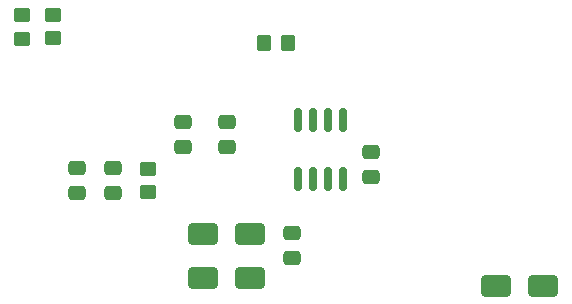
<source format=gbr>
%TF.GenerationSoftware,KiCad,Pcbnew,7.0.9*%
%TF.CreationDate,2024-02-22T17:01:58-03:00*%
%TF.ProjectId,CPU Stm32G431,43505520-5374-46d3-9332-473433312e6b,rev?*%
%TF.SameCoordinates,Original*%
%TF.FileFunction,Paste,Bot*%
%TF.FilePolarity,Positive*%
%FSLAX46Y46*%
G04 Gerber Fmt 4.6, Leading zero omitted, Abs format (unit mm)*
G04 Created by KiCad (PCBNEW 7.0.9) date 2024-02-22 17:01:58*
%MOMM*%
%LPD*%
G01*
G04 APERTURE LIST*
G04 Aperture macros list*
%AMRoundRect*
0 Rectangle with rounded corners*
0 $1 Rounding radius*
0 $2 $3 $4 $5 $6 $7 $8 $9 X,Y pos of 4 corners*
0 Add a 4 corners polygon primitive as box body*
4,1,4,$2,$3,$4,$5,$6,$7,$8,$9,$2,$3,0*
0 Add four circle primitives for the rounded corners*
1,1,$1+$1,$2,$3*
1,1,$1+$1,$4,$5*
1,1,$1+$1,$6,$7*
1,1,$1+$1,$8,$9*
0 Add four rect primitives between the rounded corners*
20,1,$1+$1,$2,$3,$4,$5,0*
20,1,$1+$1,$4,$5,$6,$7,0*
20,1,$1+$1,$6,$7,$8,$9,0*
20,1,$1+$1,$8,$9,$2,$3,0*%
G04 Aperture macros list end*
%ADD10RoundRect,0.250000X-0.475000X0.337500X-0.475000X-0.337500X0.475000X-0.337500X0.475000X0.337500X0*%
%ADD11RoundRect,0.250000X-1.000000X-0.650000X1.000000X-0.650000X1.000000X0.650000X-1.000000X0.650000X0*%
%ADD12RoundRect,0.150000X0.150000X-0.825000X0.150000X0.825000X-0.150000X0.825000X-0.150000X-0.825000X0*%
%ADD13RoundRect,0.250000X-0.450000X0.350000X-0.450000X-0.350000X0.450000X-0.350000X0.450000X0.350000X0*%
%ADD14RoundRect,0.250000X0.475000X-0.337500X0.475000X0.337500X-0.475000X0.337500X-0.475000X-0.337500X0*%
%ADD15RoundRect,0.250000X1.000000X0.650000X-1.000000X0.650000X-1.000000X-0.650000X1.000000X-0.650000X0*%
%ADD16RoundRect,0.250000X0.350000X0.450000X-0.350000X0.450000X-0.350000X-0.450000X0.350000X-0.450000X0*%
%ADD17RoundRect,0.250000X0.450000X-0.350000X0.450000X0.350000X-0.450000X0.350000X-0.450000X-0.350000X0*%
G04 APERTURE END LIST*
D10*
%TO.C,C11*%
X144780000Y-105982500D03*
X144780000Y-108057500D03*
%TD*%
D11*
%TO.C,D1*%
X152380000Y-111520000D03*
X156380000Y-111520000D03*
%TD*%
D12*
%TO.C,U3*%
X164285000Y-106895000D03*
X163015000Y-106895000D03*
X161745000Y-106895000D03*
X160475000Y-106895000D03*
X160475000Y-101945000D03*
X161745000Y-101945000D03*
X163015000Y-101945000D03*
X164285000Y-101945000D03*
%TD*%
D13*
%TO.C,R4*%
X137080000Y-93020000D03*
X137080000Y-95020000D03*
%TD*%
D14*
%TO.C,C12*%
X150680000Y-104157500D03*
X150680000Y-102082500D03*
%TD*%
D11*
%TO.C,D2*%
X152380000Y-115320000D03*
X156380000Y-115320000D03*
%TD*%
D14*
%TO.C,C9*%
X159980000Y-113557500D03*
X159980000Y-111482500D03*
%TD*%
%TO.C,C17*%
X166680000Y-106695000D03*
X166680000Y-104620000D03*
%TD*%
%TO.C,C16*%
X141780000Y-108057500D03*
X141780000Y-105982500D03*
%TD*%
D15*
%TO.C,D5*%
X181240000Y-115970000D03*
X177240000Y-115970000D03*
%TD*%
D13*
%TO.C,R5*%
X139680000Y-92980000D03*
X139680000Y-94980000D03*
%TD*%
D14*
%TO.C,C13*%
X154480000Y-104157500D03*
X154480000Y-102082500D03*
%TD*%
D16*
%TO.C,R2*%
X159580000Y-95420000D03*
X157580000Y-95420000D03*
%TD*%
D17*
%TO.C,R1*%
X147780000Y-108020000D03*
X147780000Y-106020000D03*
%TD*%
M02*

</source>
